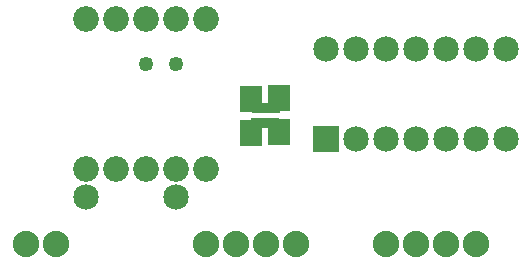
<source format=gbs>
G04 MADE WITH FRITZING*
G04 WWW.FRITZING.ORG*
G04 DOUBLE SIDED*
G04 HOLES PLATED*
G04 CONTOUR ON CENTER OF CONTOUR VECTOR*
%ASAXBY*%
%FSLAX23Y23*%
%MOIN*%
%OFA0B0*%
%SFA1.0B1.0*%
%ADD10C,0.085000*%
%ADD11C,0.086000*%
%ADD12C,0.088000*%
%ADD13C,0.049370*%
%ADD14R,0.085000X0.085000*%
%ADD15R,0.073551X0.089280*%
%ADD16R,0.095470X0.032222*%
%LNMASK0*%
G90*
G70*
G54D10*
X439Y261D03*
X739Y261D03*
G54D11*
X439Y356D03*
X539Y356D03*
X639Y356D03*
X739Y356D03*
X839Y356D03*
X439Y856D03*
X539Y856D03*
X639Y856D03*
X739Y856D03*
X839Y856D03*
G54D10*
X1239Y456D03*
X1239Y756D03*
X1339Y456D03*
X1339Y756D03*
X1439Y456D03*
X1439Y756D03*
X1539Y456D03*
X1539Y756D03*
X1639Y456D03*
X1639Y756D03*
X1739Y456D03*
X1739Y756D03*
X1839Y456D03*
X1839Y756D03*
G54D12*
X839Y106D03*
X939Y106D03*
X1039Y106D03*
X1139Y106D03*
X239Y106D03*
X339Y106D03*
X1439Y106D03*
X1539Y106D03*
X1639Y106D03*
X1739Y106D03*
G54D13*
X639Y706D03*
X739Y706D03*
G54D14*
X1239Y456D03*
G54D15*
X1083Y478D03*
X988Y476D03*
X988Y589D03*
X1083Y591D03*
G54D16*
X1036Y509D03*
X1038Y558D03*
G04 End of Mask0*
M02*
</source>
